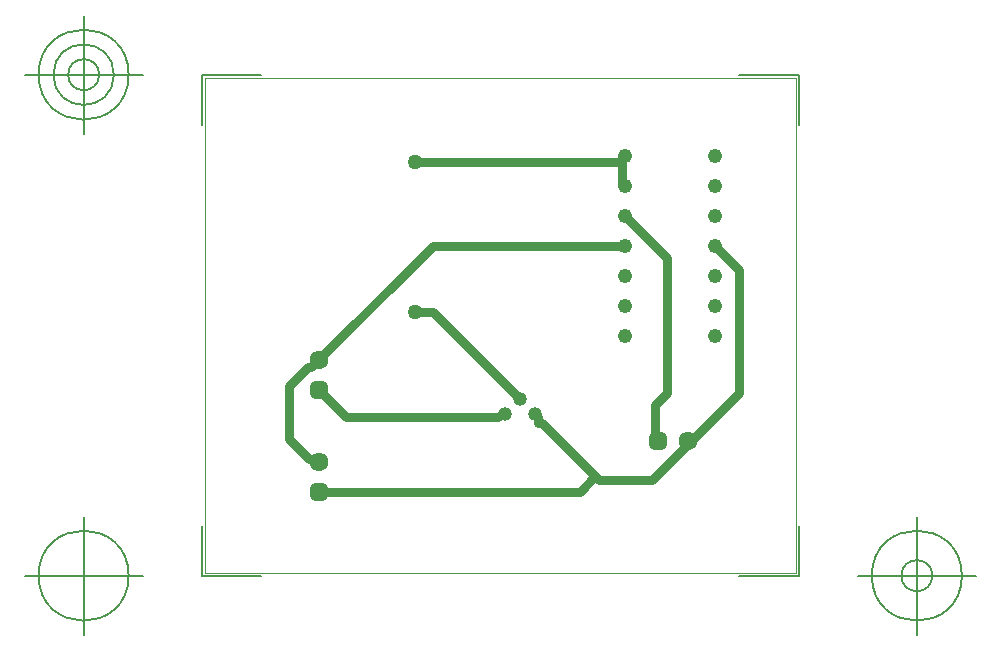
<source format=gbr>
G04 Generated by Ultiboard 10.1 *
%FSLAX25Y25*%
%MOIN*%

%ADD10C,0.03000*%
%ADD11C,0.00500*%
%ADD12C,0.00004*%
%ADD13C,0.04900*%
%ADD14C,0.05000*%
%ADD15C,0.06334*%
%ADD16R,0.02083X0.02083*%
%ADD17C,0.03917*%
%ADD18C,0.04666*%


G04 ColorRGB 0000FF for the following layer *
%LNCopper Bottom*%
%LPD*%
%FSLAX25Y25*%
%MOIN*%
G54D10*
X502000Y212000D02*
X510000Y204000D01*
X510000Y163000D02*
X493354Y146354D01*
X370000Y130000D02*
X457000Y130000D01*
X367500Y171500D02*
X408000Y212000D01*
X379200Y154800D02*
X429800Y154800D01*
X370000Y164000D02*
X379200Y154800D01*
X360000Y165217D02*
X360000Y147500D01*
X360000Y147500D02*
X366750Y140750D01*
X366750Y140750D02*
X369250Y140750D01*
X368621Y140750D02*
X369500Y139871D01*
X369500Y139871D02*
X369500Y141000D01*
X367500Y171500D02*
X366283Y171500D01*
X366283Y171500D02*
X360000Y165217D01*
X457000Y130000D02*
X462250Y135250D01*
X470000Y240000D02*
X401000Y240000D01*
X463500Y134000D02*
X444500Y153000D01*
X444500Y153000D02*
X443250Y153000D01*
X408000Y190000D02*
X437000Y161000D01*
X408000Y212000D02*
X472000Y212000D01*
X443250Y153000D02*
X443250Y154750D01*
X443250Y154750D02*
X442000Y156000D01*
X402000Y190000D02*
X408000Y190000D01*
X432000Y156000D02*
X431000Y156000D01*
X431000Y156000D02*
X429800Y154800D01*
X486000Y208000D02*
X486000Y163000D01*
X481217Y134000D02*
X463500Y134000D01*
X486000Y163000D02*
X482000Y159000D01*
X482000Y159000D02*
X482000Y147500D01*
X493000Y145783D02*
X481217Y134000D01*
X483000Y147000D02*
X484000Y146000D01*
X493000Y147000D02*
X493000Y145783D01*
X472000Y242000D02*
X470000Y240000D01*
X472000Y232000D02*
X471000Y233000D01*
X471000Y233000D02*
X471000Y241000D01*
X472000Y222000D02*
X486000Y208000D01*
X510000Y163000D02*
X510000Y204000D01*
G54D11*
X331000Y102000D02*
X331000Y118700D01*
X331000Y102000D02*
X350900Y102000D01*
X530000Y102000D02*
X510100Y102000D01*
X530000Y102000D02*
X530000Y118700D01*
X530000Y269000D02*
X530000Y252300D01*
X530000Y269000D02*
X510100Y269000D01*
X331000Y269000D02*
X350900Y269000D01*
X331000Y269000D02*
X331000Y252300D01*
X311315Y102000D02*
X271945Y102000D01*
X291630Y82315D02*
X291630Y121685D01*
X276616Y102000D02*
G75*
D01*
G02X276616Y102000I15014J0*
G01*
X549685Y102000D02*
X589055Y102000D01*
X569370Y82315D02*
X569370Y121685D01*
X554356Y102000D02*
G75*
D01*
G02X554356Y102000I15014J0*
G01*
X564199Y102000D02*
G75*
D01*
G02X564199Y102000I5171J0*
G01*
X311315Y269000D02*
X271945Y269000D01*
X291630Y249315D02*
X291630Y288685D01*
X276616Y269000D02*
G75*
D01*
G02X276616Y269000I15014J0*
G01*
X281537Y269000D02*
G75*
D01*
G02X281537Y269000I10093J0*
G01*
X286459Y269000D02*
G75*
D01*
G02X286459Y269000I5171J0*
G01*
X331000Y102000D02*
X331000Y118700D01*
X331000Y102000D02*
X350900Y102000D01*
X530000Y102000D02*
X510100Y102000D01*
X530000Y102000D02*
X530000Y118700D01*
X530000Y269000D02*
X530000Y252300D01*
X530000Y269000D02*
X510100Y269000D01*
X331000Y269000D02*
X350900Y269000D01*
X331000Y269000D02*
X331000Y252300D01*
X311315Y102000D02*
X271945Y102000D01*
X291630Y82315D02*
X291630Y121685D01*
X276616Y102000D02*
G75*
D01*
G02X276616Y102000I15014J0*
G01*
X549685Y102000D02*
X589055Y102000D01*
X569370Y82315D02*
X569370Y121685D01*
X554356Y102000D02*
G75*
D01*
G02X554356Y102000I15014J0*
G01*
X564199Y102000D02*
G75*
D01*
G02X564199Y102000I5171J0*
G01*
X311315Y269000D02*
X271945Y269000D01*
X291630Y249315D02*
X291630Y288685D01*
X276616Y269000D02*
G75*
D01*
G02X276616Y269000I15014J0*
G01*
X281537Y269000D02*
G75*
D01*
G02X281537Y269000I10093J0*
G01*
X286459Y269000D02*
G75*
D01*
G02X286459Y269000I5171J0*
G01*
G54D12*
X332000Y103000D02*
X529000Y103000D01*
X529000Y103000D02*
X529000Y268000D01*
X529000Y268000D02*
X332000Y268000D01*
X332000Y268000D02*
X332000Y103000D01*
G54D13*
X502000Y192000D03*
X502000Y182000D03*
X502000Y222000D03*
X502000Y202000D03*
X502000Y212000D03*
X502000Y232000D03*
X502000Y242000D03*
X472000Y192000D03*
X472000Y182000D03*
X472000Y202000D03*
X472000Y222000D03*
X472000Y212000D03*
X472000Y232000D03*
X472000Y242000D03*
G54D14*
X402000Y190000D03*
X402000Y240000D03*
G54D15*
X370000Y174000D03*
X370000Y140000D03*
X493000Y147000D03*
G54D16*
X370000Y164000D03*
X370000Y130000D03*
X483000Y147000D03*
G54D17*
X368959Y162959D02*
X371041Y162959D01*
X371041Y165041D01*
X368959Y165041D01*
X368959Y162959D01*D02*
X368959Y128959D02*
X371041Y128959D01*
X371041Y131041D01*
X368959Y131041D01*
X368959Y128959D01*D02*
X481959Y145959D02*
X484041Y145959D01*
X484041Y148041D01*
X481959Y148041D01*
X481959Y145959D01*D02*
G54D18*
X442000Y156000D03*
X432000Y156000D03*
X437000Y161000D03*

M00*

</source>
